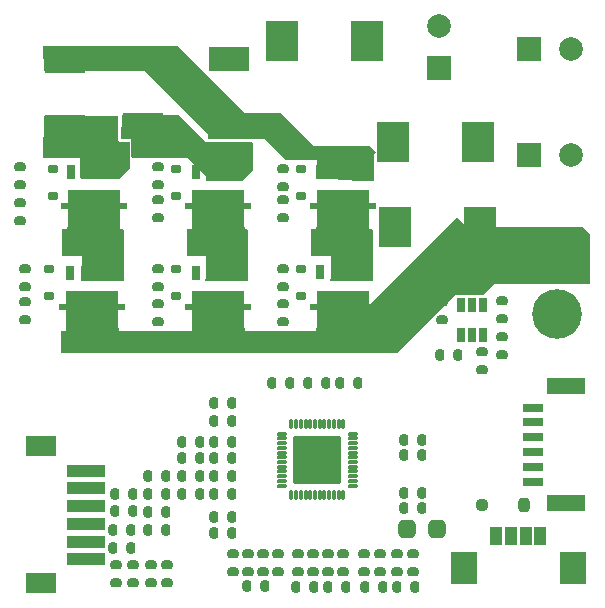
<source format=gts>
G04*
G04 #@! TF.GenerationSoftware,Altium Limited,Altium Designer,21.2.2 (38)*
G04*
G04 Layer_Color=8388736*
%FSLAX25Y25*%
%MOIN*%
G70*
G04*
G04 #@! TF.SameCoordinates,8CF34D0F-3D0A-4A82-AD64-C49C04CB85B6*
G04*
G04*
G04 #@! TF.FilePolarity,Negative*
G04*
G01*
G75*
G04:AMPARAMS|DCode=47|XSize=12.99mil|YSize=35.43mil|CornerRadius=4.23mil|HoleSize=0mil|Usage=FLASHONLY|Rotation=270.000|XOffset=0mil|YOffset=0mil|HoleType=Round|Shape=RoundedRectangle|*
%AMROUNDEDRECTD47*
21,1,0.01299,0.02697,0,0,270.0*
21,1,0.00453,0.03543,0,0,270.0*
1,1,0.00847,-0.01348,-0.00226*
1,1,0.00847,-0.01348,0.00226*
1,1,0.00847,0.01348,0.00226*
1,1,0.00847,0.01348,-0.00226*
%
%ADD47ROUNDEDRECTD47*%
G04:AMPARAMS|DCode=48|XSize=12.99mil|YSize=35.43mil|CornerRadius=4.23mil|HoleSize=0mil|Usage=FLASHONLY|Rotation=180.000|XOffset=0mil|YOffset=0mil|HoleType=Round|Shape=RoundedRectangle|*
%AMROUNDEDRECTD48*
21,1,0.01299,0.02697,0,0,180.0*
21,1,0.00453,0.03543,0,0,180.0*
1,1,0.00847,-0.00226,0.01348*
1,1,0.00847,0.00226,0.01348*
1,1,0.00847,0.00226,-0.01348*
1,1,0.00847,-0.00226,-0.01348*
%
%ADD48ROUNDEDRECTD48*%
G04:AMPARAMS|DCode=49|XSize=161.42mil|YSize=161.42mil|CornerRadius=5.91mil|HoleSize=0mil|Usage=FLASHONLY|Rotation=0.000|XOffset=0mil|YOffset=0mil|HoleType=Round|Shape=RoundedRectangle|*
%AMROUNDEDRECTD49*
21,1,0.16142,0.14961,0,0,0.0*
21,1,0.14961,0.16142,0,0,0.0*
1,1,0.01181,0.07480,-0.07480*
1,1,0.01181,-0.07480,-0.07480*
1,1,0.01181,-0.07480,0.07480*
1,1,0.01181,0.07480,0.07480*
%
%ADD49ROUNDEDRECTD49*%
G04:AMPARAMS|DCode=50|XSize=38mil|YSize=30mil|CornerRadius=9.5mil|HoleSize=0mil|Usage=FLASHONLY|Rotation=180.000|XOffset=0mil|YOffset=0mil|HoleType=Round|Shape=RoundedRectangle|*
%AMROUNDEDRECTD50*
21,1,0.03800,0.01100,0,0,180.0*
21,1,0.01900,0.03000,0,0,180.0*
1,1,0.01900,-0.00950,0.00550*
1,1,0.01900,0.00950,0.00550*
1,1,0.01900,0.00950,-0.00550*
1,1,0.01900,-0.00950,-0.00550*
%
%ADD50ROUNDEDRECTD50*%
G04:AMPARAMS|DCode=51|XSize=38mil|YSize=30mil|CornerRadius=9.5mil|HoleSize=0mil|Usage=FLASHONLY|Rotation=90.000|XOffset=0mil|YOffset=0mil|HoleType=Round|Shape=RoundedRectangle|*
%AMROUNDEDRECTD51*
21,1,0.03800,0.01100,0,0,90.0*
21,1,0.01900,0.03000,0,0,90.0*
1,1,0.01900,0.00550,0.00950*
1,1,0.01900,0.00550,-0.00950*
1,1,0.01900,-0.00550,-0.00950*
1,1,0.01900,-0.00550,0.00950*
%
%ADD51ROUNDEDRECTD51*%
%ADD52R,0.09068X0.10642*%
%ADD53R,0.03950X0.05918*%
G04:AMPARAMS|DCode=54|XSize=28mil|YSize=33mil|CornerRadius=9mil|HoleSize=0mil|Usage=FLASHONLY|Rotation=270.000|XOffset=0mil|YOffset=0mil|HoleType=Round|Shape=RoundedRectangle|*
%AMROUNDEDRECTD54*
21,1,0.02800,0.01500,0,0,270.0*
21,1,0.01000,0.03300,0,0,270.0*
1,1,0.01800,-0.00750,-0.00500*
1,1,0.01800,-0.00750,0.00500*
1,1,0.01800,0.00750,0.00500*
1,1,0.01800,0.00750,-0.00500*
%
%ADD54ROUNDEDRECTD54*%
%ADD55R,0.02572X0.05131*%
%ADD56R,0.22453X0.01981*%
%ADD57R,0.02572X0.07099*%
%ADD58R,0.17532X0.14580*%
%ADD59R,0.09855X0.06706*%
%ADD60R,0.12611X0.03950*%
G04:AMPARAMS|DCode=61|XSize=58mil|YSize=62mil|CornerRadius=16.5mil|HoleSize=0mil|Usage=FLASHONLY|Rotation=0.000|XOffset=0mil|YOffset=0mil|HoleType=Round|Shape=RoundedRectangle|*
%AMROUNDEDRECTD61*
21,1,0.05800,0.02900,0,0,0.0*
21,1,0.02500,0.06200,0,0,0.0*
1,1,0.03300,0.01250,-0.01450*
1,1,0.03300,-0.01250,-0.01450*
1,1,0.03300,-0.01250,0.01450*
1,1,0.03300,0.01250,0.01450*
%
%ADD61ROUNDEDRECTD61*%
%ADD62R,0.03162X0.05131*%
%ADD63R,0.11036X0.13202*%
G04:AMPARAMS|DCode=64|XSize=38mil|YSize=48mil|CornerRadius=11.5mil|HoleSize=0mil|Usage=FLASHONLY|Rotation=0.000|XOffset=0mil|YOffset=0mil|HoleType=Round|Shape=RoundedRectangle|*
%AMROUNDEDRECTD64*
21,1,0.03800,0.02500,0,0,0.0*
21,1,0.01500,0.04800,0,0,0.0*
1,1,0.02300,0.00750,-0.01250*
1,1,0.02300,-0.00750,-0.01250*
1,1,0.02300,-0.00750,0.01250*
1,1,0.02300,0.00750,0.01250*
%
%ADD64ROUNDEDRECTD64*%
G04:AMPARAMS|DCode=65|XSize=38mil|YSize=38mil|CornerRadius=11.5mil|HoleSize=0mil|Usage=FLASHONLY|Rotation=0.000|XOffset=0mil|YOffset=0mil|HoleType=Round|Shape=RoundedRectangle|*
%AMROUNDEDRECTD65*
21,1,0.03800,0.01500,0,0,0.0*
21,1,0.01500,0.03800,0,0,0.0*
1,1,0.02300,0.00750,-0.00750*
1,1,0.02300,-0.00750,-0.00750*
1,1,0.02300,-0.00750,0.00750*
1,1,0.02300,0.00750,0.00750*
%
%ADD65ROUNDEDRECTD65*%
%ADD66R,0.13398X0.07887*%
%ADD67R,0.06706X0.03162*%
%ADD68R,0.12611X0.05524*%
%ADD69C,0.16548*%
%ADD70C,0.07887*%
%ADD71R,0.07887X0.07887*%
%ADD72R,0.07887X0.07887*%
G36*
X305500Y378000D02*
X306000Y377500D01*
X309500D01*
Y368500D01*
X306000Y365000D01*
X293500D01*
X293000Y365500D01*
Y372000D01*
X280500D01*
X281000Y386000D01*
X305500D01*
Y378000D01*
D02*
G37*
G36*
X348000Y387000D02*
X360000D01*
X371000Y376000D01*
X389500D01*
X391500Y374000D01*
X391000Y373500D01*
Y364500D01*
X386000D01*
X372000Y365500D01*
Y371500D01*
X361500D01*
X354500Y378500D01*
X335500Y378500D01*
Y380000D01*
X314500Y401000D01*
X281000Y401000D01*
X280500Y409500D01*
X325500D01*
X348000Y387000D01*
D02*
G37*
G36*
X335000Y377500D02*
X350000D01*
X350500Y377000D01*
Y368000D01*
X347000Y364500D01*
X335000D01*
Y366000D01*
X328500Y372500D01*
Y372000D01*
X310500D01*
X310000Y372500D01*
Y378500D01*
X306500D01*
X307000Y386500D01*
X326000D01*
X335000Y377500D01*
D02*
G37*
G36*
X390500Y348000D02*
Y331000D01*
X376500D01*
X376000Y331500D01*
X376500Y332000D01*
Y339500D01*
X370000D01*
Y348500D01*
X390000D01*
X390500Y348000D01*
D02*
G37*
G36*
X349000D02*
Y331000D01*
X335000D01*
X334500Y331500D01*
X335000Y332000D01*
Y339500D01*
X328500D01*
Y348500D01*
X348500D01*
X349000Y348000D01*
D02*
G37*
G36*
X307500D02*
Y331000D01*
X293500D01*
X293000Y331500D01*
X293500Y332000D01*
Y339500D01*
X287000D01*
Y348500D01*
X307000D01*
X307500Y348000D01*
D02*
G37*
G36*
X422000Y349000D02*
X460500D01*
X463000Y346500D01*
Y330000D01*
X431000D01*
X427500Y326500D01*
X418000D01*
X411500Y320000D01*
X399000Y307000D01*
X286500D01*
Y314500D01*
X380500D01*
X418500Y352500D01*
X422000Y349000D01*
D02*
G37*
D47*
X383811Y273862D02*
D03*
Y272287D02*
D03*
Y270713D02*
D03*
Y269138D02*
D03*
Y267563D02*
D03*
Y275437D02*
D03*
Y277012D02*
D03*
Y278587D02*
D03*
Y280161D02*
D03*
Y265988D02*
D03*
Y264413D02*
D03*
Y262839D02*
D03*
X360189D02*
D03*
Y264413D02*
D03*
Y265988D02*
D03*
Y267563D02*
D03*
Y269138D02*
D03*
Y270713D02*
D03*
Y272287D02*
D03*
Y278587D02*
D03*
Y277012D02*
D03*
Y275437D02*
D03*
Y273862D02*
D03*
Y280161D02*
D03*
D48*
X380661Y259689D02*
D03*
X372787D02*
D03*
X374362D02*
D03*
X375937D02*
D03*
X377512D02*
D03*
X379087D02*
D03*
X364913D02*
D03*
X363339D02*
D03*
X366488D02*
D03*
X368063D02*
D03*
X369638D02*
D03*
X371213D02*
D03*
X372787Y283311D02*
D03*
X374362D02*
D03*
X375937D02*
D03*
X377512D02*
D03*
X380661D02*
D03*
X379087D02*
D03*
X364913D02*
D03*
X366488D02*
D03*
X368063D02*
D03*
X369638D02*
D03*
X371213D02*
D03*
X363339D02*
D03*
D49*
X372000Y271500D02*
D03*
D50*
X273013Y368875D02*
D03*
Y362875D02*
D03*
X319000Y317500D02*
D03*
Y323500D02*
D03*
X360500Y362500D02*
D03*
Y368500D02*
D03*
Y358000D02*
D03*
Y352000D02*
D03*
X319000Y329000D02*
D03*
Y335000D02*
D03*
Y363000D02*
D03*
Y369000D02*
D03*
Y358000D02*
D03*
Y352000D02*
D03*
X274500Y328900D02*
D03*
Y334900D02*
D03*
Y324000D02*
D03*
Y318000D02*
D03*
X273000Y357000D02*
D03*
Y351000D02*
D03*
X360500Y323500D02*
D03*
Y317500D02*
D03*
Y329000D02*
D03*
Y335000D02*
D03*
X322000Y230500D02*
D03*
Y236500D02*
D03*
X305000Y230500D02*
D03*
Y236500D02*
D03*
X387500Y234000D02*
D03*
Y240000D02*
D03*
X393000D02*
D03*
Y234000D02*
D03*
X380500D02*
D03*
Y240000D02*
D03*
X375500D02*
D03*
Y234000D02*
D03*
X359000Y240000D02*
D03*
Y234000D02*
D03*
X349000Y240000D02*
D03*
Y234000D02*
D03*
X404000Y240000D02*
D03*
Y234000D02*
D03*
X365500Y240000D02*
D03*
Y234000D02*
D03*
X354000Y240000D02*
D03*
Y234000D02*
D03*
X344000D02*
D03*
Y240000D02*
D03*
X398500D02*
D03*
Y234000D02*
D03*
X370500Y240000D02*
D03*
Y234000D02*
D03*
X427000Y307500D02*
D03*
Y301500D02*
D03*
X433500Y324500D02*
D03*
Y318500D02*
D03*
X413500Y324000D02*
D03*
Y318000D02*
D03*
X433500Y306500D02*
D03*
Y312500D02*
D03*
X310500Y236500D02*
D03*
Y230500D02*
D03*
X316500Y236500D02*
D03*
Y230500D02*
D03*
D51*
X371000Y229000D02*
D03*
X365000D02*
D03*
X381500D02*
D03*
X375500D02*
D03*
X327000Y277500D02*
D03*
X333000D02*
D03*
X327000Y272000D02*
D03*
X333000D02*
D03*
X321500Y248000D02*
D03*
X315500D02*
D03*
X321500Y266000D02*
D03*
X315500D02*
D03*
X304500Y260000D02*
D03*
X310500D02*
D03*
X304500Y254500D02*
D03*
X310500D02*
D03*
X304000Y242000D02*
D03*
X310000D02*
D03*
X304000Y248000D02*
D03*
X310000D02*
D03*
X327000Y266000D02*
D03*
X333000D02*
D03*
X327000Y260000D02*
D03*
X333000D02*
D03*
X357000Y297000D02*
D03*
X363000D02*
D03*
X348500Y229500D02*
D03*
X354500D02*
D03*
X369000Y297000D02*
D03*
X375000D02*
D03*
X379500D02*
D03*
X385500D02*
D03*
X343500Y290500D02*
D03*
X337500D02*
D03*
X404500Y229000D02*
D03*
X398500D02*
D03*
X394000D02*
D03*
X388000D02*
D03*
X343500Y284500D02*
D03*
X337500D02*
D03*
X401000Y260500D02*
D03*
X407000D02*
D03*
X401000Y255500D02*
D03*
X407000D02*
D03*
Y278000D02*
D03*
X401000D02*
D03*
Y273000D02*
D03*
X407000D02*
D03*
X413000Y306500D02*
D03*
X419000D02*
D03*
X337500Y252500D02*
D03*
X343500D02*
D03*
X337500Y247000D02*
D03*
X343500D02*
D03*
X337500Y277500D02*
D03*
X343500D02*
D03*
X337500Y272000D02*
D03*
X343500D02*
D03*
X337500Y266000D02*
D03*
X343500D02*
D03*
X337500Y260000D02*
D03*
X343500D02*
D03*
X315500Y254000D02*
D03*
X321500D02*
D03*
X315500Y260000D02*
D03*
X321500D02*
D03*
D52*
X420764Y235500D02*
D03*
X457128D02*
D03*
D53*
X446328Y245900D02*
D03*
X441406D02*
D03*
X436485D02*
D03*
X431564D02*
D03*
D54*
X325000Y326000D02*
D03*
Y335000D02*
D03*
X366500Y326000D02*
D03*
Y335000D02*
D03*
Y359500D02*
D03*
Y368500D02*
D03*
X325000Y359500D02*
D03*
Y368500D02*
D03*
X282500Y326000D02*
D03*
Y335000D02*
D03*
X284000Y359500D02*
D03*
Y368500D02*
D03*
D55*
X373000Y333886D02*
D03*
X378000D02*
D03*
X383000D02*
D03*
X388000D02*
D03*
X373000Y367435D02*
D03*
X378000D02*
D03*
X383000D02*
D03*
X388000D02*
D03*
X331500D02*
D03*
X336500D02*
D03*
X341500D02*
D03*
X346500D02*
D03*
X331500Y333835D02*
D03*
X336500D02*
D03*
X341500D02*
D03*
X346500D02*
D03*
X290000Y367435D02*
D03*
X295000D02*
D03*
X300000D02*
D03*
X305000D02*
D03*
X289500Y333835D02*
D03*
X294500D02*
D03*
X299500D02*
D03*
X304500D02*
D03*
D56*
X380500Y322468D02*
D03*
Y356017D02*
D03*
X339000D02*
D03*
X339000Y322417D02*
D03*
X297500Y356017D02*
D03*
X297000Y322417D02*
D03*
D57*
X373000Y312035D02*
D03*
X378000D02*
D03*
X383000D02*
D03*
X388000D02*
D03*
X373000Y345584D02*
D03*
X378000D02*
D03*
X383000D02*
D03*
X388000D02*
D03*
X331500D02*
D03*
X336500D02*
D03*
X341500D02*
D03*
X346500D02*
D03*
X331500Y311984D02*
D03*
X336500D02*
D03*
X341500D02*
D03*
X346500D02*
D03*
X290000Y345584D02*
D03*
X295000D02*
D03*
X300000D02*
D03*
X305000D02*
D03*
X289500Y311984D02*
D03*
X294500D02*
D03*
X299500D02*
D03*
X304500D02*
D03*
D58*
X380500Y320500D02*
D03*
Y354049D02*
D03*
X339000D02*
D03*
X339000Y320449D02*
D03*
X297500Y354049D02*
D03*
X297000Y320449D02*
D03*
D59*
X279842Y230213D02*
D03*
Y275882D02*
D03*
D60*
X295000Y238283D02*
D03*
Y244189D02*
D03*
Y250095D02*
D03*
Y256000D02*
D03*
Y261906D02*
D03*
Y267811D02*
D03*
D61*
X412000Y248500D02*
D03*
X402000D02*
D03*
D62*
X419760Y312882D02*
D03*
X423500D02*
D03*
X427240D02*
D03*
Y323118D02*
D03*
X423500D02*
D03*
X419760D02*
D03*
D63*
X388673Y411000D02*
D03*
X360327D02*
D03*
X425673Y377500D02*
D03*
X397327D02*
D03*
X426173Y349000D02*
D03*
X397827D02*
D03*
D64*
X441000Y256500D02*
D03*
D65*
X427000D02*
D03*
D66*
X314000Y382976D02*
D03*
Y405024D02*
D03*
X288000Y382476D02*
D03*
Y404524D02*
D03*
X342500Y382976D02*
D03*
Y405024D02*
D03*
D67*
X443976Y283870D02*
D03*
Y288791D02*
D03*
Y264185D02*
D03*
Y269106D02*
D03*
Y274028D02*
D03*
Y278949D02*
D03*
D68*
X455000Y257000D02*
D03*
Y295976D02*
D03*
D69*
X452000Y320000D02*
D03*
Y339685D02*
D03*
D70*
X412500Y415890D02*
D03*
X456390Y408500D02*
D03*
Y373000D02*
D03*
D71*
X412500Y402110D02*
D03*
D72*
X442610Y408500D02*
D03*
Y373000D02*
D03*
M02*

</source>
